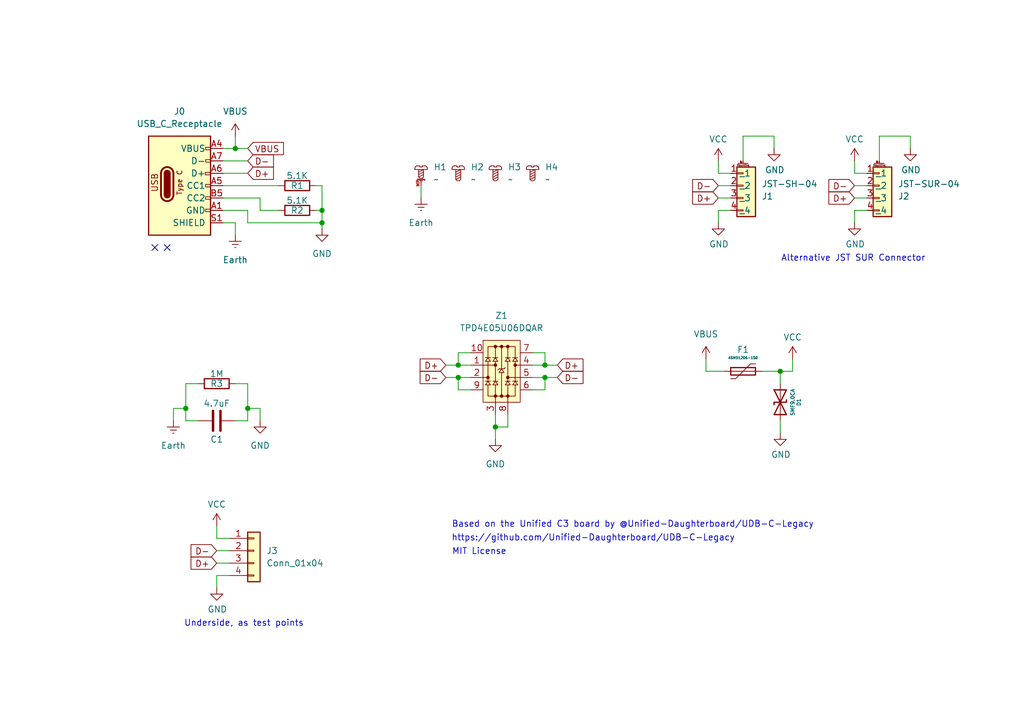
<source format=kicad_sch>
(kicad_sch (version 20250114) (generator "eeschema") (generator_version "9.0")
  (paper "A5")
  (lib_symbols
    (symbol "Device:C" (pin_numbers (hide yes)) (pin_names (offset 0.254))
      (property "Reference" "C" (at 0.635 2.54 0))
      (property "Value" "C" (at 0.635 -2.54 0))
      (symbol "C_0_1"
        (polyline (pts (xy -2.032 0.762) (xy 2.032 0.762)) (stroke (width 0.508)))
        (polyline (pts (xy -2.032 -0.762) (xy 2.032 -0.762)) (stroke (width 0.508)))
      )
      (symbol "C_1_1"
        (pin passive line (at 0 3.81 270) (length 2.794) (name "~") (number "1"))
        (pin passive line (at 0 -3.81 90) (length 2.794) (name "~") (number "2"))
      )
    )
    (symbol "Device:D_TVS" (pin_numbers (hide yes)) (pin_names (offset 1.016) (hide yes))
      (property "Reference" "D" (at 0 2.54 0))
      (property "Value" "D_TVS" (at 0 -2.54 0))
      (symbol "D_TVS_0_1"
        (polyline (pts (xy -2.54 1.27) (xy -2.54 -1.27) (xy 2.54 1.27) (xy 2.54 -1.27) (xy -2.54 1.27)) (stroke (width 0.254)))
        (polyline (pts (xy 0.508 1.27) (xy 0 1.27) (xy 0 -1.27) (xy -0.508 -1.27)) (stroke (width 0.254)))
        (polyline (pts (xy 1.27 0) (xy -1.27 0)))
      )
      (symbol "D_TVS_1_1"
        (pin passive line (at -3.81 0 0) (length 2.54) (name "A1") (number "1"))
        (pin passive line (at 3.81 0 180) (length 2.54) (name "A2") (number "2"))
      )
    )
    (symbol "Device:Polyfuse" (pin_numbers (hide yes)) (pin_names (offset 0))
      (property "Reference" "F" (at -2.54 0 90))
      (property "Value" "Polyfuse" (at 2.54 0 90))
      (symbol "Polyfuse_0_1"
        (polyline (pts (xy -1.524 2.54) (xy -1.524 1.524) (xy 1.524 -1.524) (xy 1.524 -2.54)))
        (rectangle (start -0.762 2.54) (end 0.762 -2.54) (stroke (width 0.254)))
        (polyline (pts (xy 0 2.54) (xy 0 -2.54)))
      )
      (symbol "Polyfuse_1_1"
        (pin passive line (at 0 3.81 270) (length 1.27) (name "~") (number "1"))
        (pin passive line (at 0 -3.81 90) (length 1.27) (name "~") (number "2"))
      )
    )
    (symbol "Device:R" (pin_numbers (hide yes)) (pin_names (offset 0))
      (property "Reference" "R" (at 2.032 0 90))
      (property "Value" "R" (at 0 0 90))
      (symbol "R_0_1"
        (rectangle (start -1.016 -2.54) (end 1.016 2.54) (stroke (width 0.254)))
      )
      (symbol "R_1_1"
        (pin passive line (at 0 3.81 270) (length 1.27) (name "~") (number "1"))
        (pin passive line (at 0 -3.81 90) (length 1.27) (name "~") (number "2"))
      )
    )
    (symbol "PCM_SparkFun-Connector:Conn_01x04_P2.54mm" (pin_names (offset 1.016) (hide yes))
      (property "Reference" "J" (at 0 5.08 0))
      (property "Value" "Conn_01x04" (at 0 -7.62 0))
      (symbol "Conn_01x04_P2.54mm_1_1"
        (rectangle (start -1.27 3.81) (end 1.27 -6.35) (stroke (width 0.254)) (fill (type background)))
        (rectangle (start -1.27 2.667) (end 0 2.413) (stroke (width 0.1524)))
        (rectangle (start -1.27 0.127) (end 0 -0.127) (stroke (width 0.1524)))
        (rectangle (start -1.27 -2.413) (end 0 -2.667) (stroke (width 0.1524)))
        (rectangle (start -1.27 -4.953) (end 0 -5.207) (stroke (width 0.1524)))
        (pin passive line (at -5.08 2.54 0) (length 3.81) (name "Pin_1") (number "1"))
        (pin passive line (at -5.08 0 0) (length 3.81) (name "Pin_2") (number "2"))
        (pin passive line (at -5.08 -2.54 0) (length 3.81) (name "Pin_3") (number "3"))
        (pin passive line (at -5.08 -5.08 0) (length 3.81) (name "Pin_4") (number "4"))
      )
    )
    (symbol "USB_C_Receptacle_1" (pin_names (offset 1.016))
      (property "Reference" "J" (at 0.762 13.97 0))
      (property "Value" "USB_C_Receptacle" (at 1.778 11.938 0))
      (symbol "USB_C_Receptacle_1_0_0"
        (rectangle (start 6.5362 2.7263) (end 7.5522 2.2183))
        (rectangle (start 6.604 7.874) (end 7.62 7.366))
        (rectangle (start 7.62 5.334) (end 6.604 4.826))
        (rectangle (start 7.62 0.254) (end 6.604 -0.254))
        (rectangle (start 7.62 -2.286) (end 6.604 -2.794))
        (rectangle (start 7.62 -4.826) (end 6.604 -5.334))
      )
      (symbol "USB_C_Receptacle_1_0_1"
        (rectangle (start -5.08 10.16) (end 7.62 -10.16) (stroke (width 0.254)) (fill (type background)))
      )
      (symbol "USB_C_Receptacle_1_1_1"
        (polyline (pts (xy -2.54 2.54) (xy -2.54 -1.905)) (stroke (width 0.381)))
        (rectangle (start -1.905 2.54) (end -0.635 -1.905) (fill (type outline)))
        (arc (start -2.54 2.54) (mid -1.27 3.81) (end 0 2.54) (stroke (width 0.381)))
        (circle (center -1.27 2.54) (radius 0.635) (fill (type outline)))
        (circle (center -1.27 -1.905) (radius 0.635) (fill (type outline)))
        (arc (start 0 -1.905) (mid -1.27 -3.175) (end -2.54 -1.905) (stroke (width 0.381)))
        (polyline (pts (xy 0 2.54) (xy 0 -1.905)) (stroke (width 0.381)))
        (text "USB" (at -3.81 0.635 900) (effects (font (size 1.27 1.27))))
        (text "Type C" (at 1.27 0.635 900) (effects (font (size 1.016 1.016))))
        (pin bidirectional line (at -3.81 -12.7 90) (length 2.54) (hide yes) (name "SBU1") (number "A8"))
        (pin bidirectional line (at -1.27 -12.7 90) (length 2.54) (hide yes) (name "SBU2") (number "B8"))
        (pin passive line (at 10.16 7.62 180) (length 2.54) (name "VBUS") (number "A4"))
        (pin passive line (at 10.16 7.62 180) (length 2.54) (hide yes) (name "VBUS") (number "A9"))
        (pin passive line (at 10.16 7.62 180) (length 2.54) (hide yes) (name "VBUS") (number "B4"))
        (pin passive line (at 10.16 7.62 180) (length 2.54) (hide yes) (name "VBUS") (number "B9"))
        (pin bidirectional line (at 10.16 5.08 180) (length 2.54) (name "D-") (number "A7"))
        (pin bidirectional line (at 10.16 5.08 180) (length 2.54) (hide yes) (name "D-") (number "B7"))
        (pin bidirectional line (at 10.16 2.54 180) (length 2.54) (name "D+") (number "A6"))
        (pin bidirectional line (at 10.16 2.54 180) (length 2.54) (hide yes) (name "D+") (number "B6"))
        (pin bidirectional line (at 10.16 0 180) (length 2.54) (name "CC1") (number "A5"))
        (pin bidirectional line (at 10.16 -2.54 180) (length 2.54) (name "CC2") (number "B5"))
        (pin passive line (at 10.16 -5.08 180) (length 2.54) (name "GND") (number "A1"))
        (pin passive line (at 10.16 -5.08 180) (length 2.54) (hide yes) (name "GND") (number "A12"))
        (pin passive line (at 10.16 -5.08 180) (length 2.54) (hide yes) (name "GND") (number "B1"))
        (pin passive line (at 10.16 -5.08 180) (length 2.54) (hide yes) (name "GND") (number "B12"))
        (pin passive line (at 10.16 -7.62 180) (length 2.54) (name "SHIELD") (number "S1"))
      )
    )
    (symbol "power:Earth" (power) (pin_numbers (hide yes)) (pin_names (offset 0) (hide yes))
      (property "Value" "Earth" (at 0 -3.81 0))
      (symbol "Earth_0_1"
        (polyline (pts (xy -0.635 -1.905) (xy 0.635 -1.905)))
        (polyline (pts (xy -0.127 -2.54) (xy 0.127 -2.54)))
        (polyline (pts (xy 0 -1.27) (xy 0 0)))
        (polyline (pts (xy 1.27 -1.27) (xy -1.27 -1.27)))
      )
      (symbol "Earth_1_1"
        (pin power_in line (at 0 0 270) (length 0) (name "~") (number "1"))
      )
    )
    (symbol "power:GND" (power) (pin_numbers (hide yes)) (pin_names (offset 0) (hide yes))
      (property "Value" "GND" (at 0 -3.81 0))
      (symbol "GND_0_1"
        (polyline (pts (xy 0 0) (xy 0 -1.27) (xy 1.27 -1.27) (xy 0 -2.54) (xy -1.27 -1.27) (xy 0 -1.27)))
      )
      (symbol "GND_1_1"
        (pin power_in line (at 0 0 270) (length 0) (name "~") (number "1"))
      )
    )
    (symbol "power:VBUS" (power) (pin_numbers (hide yes)) (pin_names (offset 0) (hide yes))
      (property "Value" "VBUS" (at 0 3.556 0))
      (symbol "VBUS_0_1"
        (polyline (pts (xy -0.762 1.27) (xy 0 2.54)))
        (polyline (pts (xy 0 2.54) (xy 0.762 1.27)))
        (polyline (pts (xy 0 0) (xy 0 2.54)))
      )
      (symbol "VBUS_1_1"
        (pin power_in line (at 0 0 90) (length 0) (name "~") (number "1"))
      )
    )
    (symbol "power:VCC" (power) (pin_numbers (hide yes)) (pin_names (offset 0) (hide yes))
      (property "Value" "VCC" (at 0 3.556 0))
      (symbol "VCC_0_1"
        (polyline (pts (xy -0.762 1.27) (xy 0 2.54)))
        (polyline (pts (xy 0 2.54) (xy 0.762 1.27)))
        (polyline (pts (xy 0 0) (xy 0 2.54)))
      )
      (symbol "VCC_1_1"
        (pin power_in line (at 0 0 90) (length 0) (name "~") (number "1"))
      )
    )
    (symbol "ts-kicad-lib:CONN_04"
      (property "Reference" "J" (at 0 7.62 0))
      (symbol "CONN_04_1_1"
        (rectangle (start -1.27 6.35) (end 2.54 -3.81) (stroke (width 0.254)) (fill (type background)))
        (rectangle (start -1.27 5.207) (end 0 4.953) (stroke (width 0.1524)))
        (rectangle (start -1.27 2.667) (end 0 2.413) (stroke (width 0.1524)))
        (rectangle (start -1.27 0.127) (end 0 -0.127) (stroke (width 0.1524)))
        (rectangle (start -1.27 -2.413) (end 0 -2.667) (stroke (width 0.1524)))
        (polyline (pts (xy -1.016 -4.572) (xy 1.016 -4.572)) (stroke (width 0.1524)))
        (text "Mounting" (at 0 -4.191 0) (effects (font (size 0.381 0.381))))
        (pin passive line (at -2.54 5.08 0) (length 1.27) (name "_4") (number "4"))
        (pin passive line (at -2.54 2.54 0) (length 1.27) (name "_3") (number "3"))
        (pin passive line (at -2.54 0 0) (length 1.27) (name "_2") (number "2"))
        (pin passive line (at -2.54 -2.54 0) (length 1.27) (name "_1") (number "1"))
        (pin passive line (at 0 -5.08 90) (length 0.508) (name "") (number "MP"))
      )
    )
    (symbol "ts-kicad-lib:Mounting_Hole"
      (property "Reference" "H" (at 0 2.54 0))
      (symbol "Mounting_Hole_0_1"
        (polyline (pts (xy -1.27 1.016) (xy -1.27 0.762) (xy 1.27 0.762) (xy 1.27 1.016)))
        (polyline (pts (xy -0.762 1.524) (xy -0.254 1.524) (xy -0.254 1.27) (xy 0.254 1.27) (xy 0.254 1.524) (xy 0.762 1.524)))
        (arc (start -1.27 1.016) (mid -1.1212 1.3752) (end -0.762 1.524))
        (polyline (pts (xy 0.508 0.762) (xy -0.508 0.254)))
        (polyline (pts (xy 0.508 0.762) (xy 0.508 -1.27) (xy 0.254 -1.524) (xy -0.254 -1.524) (xy -0.508 -1.27) (xy -0.508 0.762)))
        (polyline (pts (xy 0.508 0.254) (xy -0.508 -0.254)))
        (polyline (pts (xy 0.508 -0.254) (xy -0.508 -0.762)))
        (polyline (pts (xy 0.508 -0.762) (xy -0.508 -1.27)))
        (arc (start 0.762 1.524) (mid 1.1212 1.3752) (end 1.27 1.016))
      )
    )
    (symbol "ts-kicad-lib:Mounting_Point"
      (property "Reference" "H" (at 0 2.54 0))
      (symbol "Mounting_Point_0_1"
        (polyline (pts (xy -1.27 1.016) (xy -1.27 0.762) (xy 1.27 0.762) (xy 1.27 1.016)))
        (polyline (pts (xy -0.762 1.524) (xy -0.254 1.524) (xy -0.254 1.27) (xy 0.254 1.27) (xy 0.254 1.524) (xy 0.762 1.524)))
        (arc (start -1.27 1.016) (mid -1.1212 1.3752) (end -0.762 1.524))
        (polyline (pts (xy -0.254 -1.524) (xy 0.254 -1.524)))
        (polyline (pts (xy 0.508 0.762) (xy -0.508 0.254)))
        (polyline (pts (xy 0.508 0.762) (xy 0.508 -0.762) (xy 0.254 -1.016) (xy -0.254 -1.016) (xy -0.508 -0.762) (xy -0.508 0.762)))
        (polyline (pts (xy 0.508 0.254) (xy -0.508 -0.254)))
        (polyline (pts (xy 0.508 -0.254) (xy -0.508 -0.762)))
        (arc (start 0.762 1.524) (mid 1.1212 1.3752) (end 1.27 1.016))
      )
      (symbol "Mounting_Point_1_1"
        (text "Mounting" (at 0 -1.27 0) (effects (font (size 0.254 0.254))))
        (pin passive line (at 0 -2.54 90) (length 1.016) (name "") (number "MP"))
      )
    )
    (symbol "ts-kicad-lib:TPDxE05U06"
      (property "Reference" "Z" (at 1.27 8.89 0))
      (symbol "TPDxE05U06_0_1"
        (circle (center -1.524 0) (radius 0.2794) (fill (type outline)))
        (circle (center 0 6.35) (radius 0.2794) (fill (type outline)))
        (circle (center 0 2.54) (radius 0.2794) (fill (type outline)))
        (circle (center 0 -3.81) (radius 0.2794) (fill (type outline)))
        (circle (center 1.27 6.35) (radius 0.2794) (fill (type outline)))
        (circle (center 1.27 -3.81) (radius 0.2794) (fill (type outline)))
        (circle (center 2.54 6.35) (radius 0.2794) (fill (type outline)))
        (circle (center 2.54 0) (radius 0.2794) (fill (type outline)))
        (circle (center 2.54 -3.81) (radius 0.2794) (fill (type outline)))
        (circle (center 4.064 2.54) (radius 0.2794) (fill (type outline)))
      )
      (symbol "TPDxE05U06_1_1"
        (rectangle (start -2.54 7.62) (end 5.08 -5.08) (fill (type background)))
        (polyline (pts (xy -2.54 2.54) (xy 0 2.54)))
        (polyline (pts (xy -2.54 0) (xy -1.524 0)))
        (polyline (pts (xy -2.032 4.064) (xy -1.016 4.064)))
        (polyline (pts (xy -2.032 3.302) (xy -1.016 3.302) (xy -1.524 4.064) (xy -2.032 3.302)))
        (polyline (pts (xy -2.032 -0.762) (xy -1.016 -0.762)))
        (polyline (pts (xy -2.032 -1.524) (xy -1.016 -1.524) (xy -1.524 -0.762) (xy -2.032 -1.524)))
        (polyline (pts (xy -1.524 4.064) (xy -1.524 6.35) (xy 4.064 6.35) (xy 4.064 4.064)))
        (polyline (pts (xy -1.524 -0.762) (xy -1.524 3.302)))
        (polyline (pts (xy -0.508 4.064) (xy 0.508 4.064)))
        (polyline (pts (xy -0.508 3.302) (xy 0.508 3.302) (xy 0 4.064) (xy -0.508 3.302)))
        (polyline (pts (xy -0.508 -0.762) (xy 0.508 -0.762)))
        (polyline (pts (xy -0.508 -1.524) (xy 0.508 -1.524) (xy 0 -0.762) (xy -0.508 -1.524)))
        (polyline (pts (xy 0 6.35) (xy 0 4.064)))
        (polyline (pts (xy 0 3.302) (xy 0 -0.762)))
        (polyline (pts (xy 0 -1.524) (xy 0 -3.81)))
        (polyline (pts (xy 0 -3.81) (xy 0 -5.08)))
        (polyline (pts (xy 0.762 1.778) (xy 0.508 1.524)))
        (polyline (pts (xy 0.762 1.778) (xy 1.778 1.778)))
        (polyline (pts (xy 0.762 1.016) (xy 1.778 1.016) (xy 1.27 1.778) (xy 0.762 1.016)))
        (polyline (pts (xy 1.27 6.35) (xy 1.27 1.778)))
        (polyline (pts (xy 1.27 -3.81) (xy 1.27 1.016)))
        (polyline (pts (xy 1.778 1.778) (xy 2.032 2.032)))
        (polyline (pts (xy 2.032 4.064) (xy 3.048 4.064)))
        (polyline (pts (xy 2.032 3.302) (xy 3.048 3.302) (xy 2.54 4.064) (xy 2.032 3.302)))
        (polyline (pts (xy 2.032 -0.762) (xy 3.048 -0.762)))
        (polyline (pts (xy 2.032 -1.524) (xy 3.048 -1.524) (xy 2.54 -0.762) (xy 2.032 -1.524)))
        (polyline (pts (xy 2.54 6.35) (xy 2.54 4.064)))
        (polyline (pts (xy 2.54 3.302) (xy 2.54 -0.762)))
        (polyline (pts (xy 2.54 0) (xy 5.08 0)))
        (polyline (pts (xy 2.54 -1.524) (xy 2.54 -3.81)))
        (polyline (pts (xy 2.54 -3.81) (xy 2.54 -5.08)))
        (polyline (pts (xy 3.556 4.064) (xy 4.572 4.064)))
        (polyline (pts (xy 3.556 3.302) (xy 4.572 3.302) (xy 4.064 4.064) (xy 3.556 3.302)))
        (polyline (pts (xy 3.556 -0.762) (xy 4.572 -0.762)))
        (polyline (pts (xy 3.556 -1.524) (xy 4.572 -1.524) (xy 4.064 -0.762) (xy 3.556 -1.524)))
        (polyline (pts (xy 4.064 3.302) (xy 4.064 -0.762)))
        (polyline (pts (xy 4.064 2.54) (xy 5.08 2.54)))
        (polyline (pts (xy 4.064 -1.524) (xy 4.064 -3.81) (xy -1.524 -3.81) (xy -1.524 -1.524)))
        (pin passive line (at -5.08 5.08 0) (length 2.54) (name "") (number "10"))
        (pin bidirectional line (at -5.08 2.54 0) (length 2.54) (name "") (number "1"))
        (pin bidirectional line (at -5.08 0 0) (length 2.54) (name "") (number "2"))
        (pin passive line (at -5.08 -2.54 0) (length 2.54) (name "") (number "9"))
        (pin power_in line (at 0 -7.62 90) (length 2.54) (name "") (number "3"))
        (pin power_in line (at 2.54 -7.62 90) (length 2.54) (name "") (number "8"))
        (pin passive line (at 7.62 5.08 180) (length 2.54) (name "") (number "7"))
        (pin bidirectional line (at 7.62 2.54 180) (length 2.54) (name "") (number "4"))
        (pin bidirectional line (at 7.62 0 180) (length 2.54) (name "") (number "5"))
        (pin passive line (at 7.62 -2.54 180) (length 2.54) (name "") (number "6"))
      )
    )
  )
  (text "MIT License" (at 98.298 113.284 0) (effects (font (size 1.27 1.27))))
  (text "Alternative JST SUR Connector" (at 175.006 53.086 0) (effects (font (size 1.27 1.27))))
  (text "Underside, as test points" (at 50.038 128.016 0) (effects (font (size 1.27 1.27))))
  (text "Based on the Unified C3 board by @Unified-Daughterboard/UDB-C-Legacy" (at 129.794 107.696 0) (effects (font (size 1.27 1.27))))
  (text "https://github.com/Unified-Daughterboard/UDB-C-Legacy" (at 121.666 110.49 0) (effects (font (size 1.27 1.27))))
  (junction (at 66.04 45.72))
  (junction (at 111.76 74.93))
  (junction (at 50.8 83.82))
  (junction (at 101.6 87.63))
  (junction (at 160.02 76.2))
  (junction (at 38.1 83.82))
  (junction (at 111.76 77.47))
  (junction (at 48.26 30.48))
  (junction (at 66.04 43.18))
  (junction (at 93.98 77.47))
  (junction (at 93.98 74.93))
  (no_connect (at 31.75 50.8))
  (no_connect (at 34.29 50.8))
  (wire (pts (xy 91.44 74.93) (xy 93.98 74.93)))
  (wire (pts (xy 50.8 83.82) (xy 50.8 86.36)))
  (wire (pts (xy 147.32 45.72) (xy 147.32 43.18)))
  (wire (pts (xy 44.45 115.57) (xy 46.99 115.57)))
  (wire (pts (xy 160.02 86.36) (xy 160.02 88.9)))
  (wire (pts (xy 48.26 45.72) (xy 48.26 48.26)))
  (wire (pts (xy 44.45 110.49) (xy 46.99 110.49)))
  (wire (pts (xy 86.36 38.1) (xy 86.36 40.64)))
  (wire (pts (xy 45.72 45.72) (xy 48.26 45.72)))
  (wire (pts (xy 46.99 118.11) (xy 44.45 118.11)))
  (wire (pts (xy 53.34 83.82) (xy 53.34 86.36)))
  (wire (pts (xy 66.04 38.1) (xy 66.04 43.18)))
  (wire (pts (xy 175.26 33.02) (xy 175.26 35.56)))
  (wire (pts (xy 91.44 77.47) (xy 93.98 77.47)))
  (wire (pts (xy 152.4 27.94) (xy 152.4 33.02)))
  (wire (pts (xy 38.1 78.74) (xy 38.1 83.82)))
  (wire (pts (xy 48.26 27.94) (xy 48.26 30.48)))
  (wire (pts (xy 111.76 74.93) (xy 114.3 74.93)))
  (wire (pts (xy 64.77 38.1) (xy 66.04 38.1)))
  (wire (pts (xy 144.78 76.2) (xy 148.59 76.2)))
  (wire (pts (xy 101.6 87.63) (xy 104.14 87.63)))
  (wire (pts (xy 44.45 107.95) (xy 44.45 110.49)))
  (wire (pts (xy 160.02 76.2) (xy 162.56 76.2)))
  (wire (pts (xy 35.56 83.82) (xy 38.1 83.82)))
  (wire (pts (xy 147.32 40.64) (xy 149.86 40.64)))
  (wire (pts (xy 156.21 76.2) (xy 160.02 76.2)))
  (wire (pts (xy 93.98 72.39) (xy 96.52 72.39)))
  (wire (pts (xy 109.22 77.47) (xy 111.76 77.47)))
  (wire (pts (xy 160.02 76.2) (xy 160.02 78.74)))
  (wire (pts (xy 93.98 74.93) (xy 96.52 74.93)))
  (wire (pts (xy 45.72 40.64) (xy 53.34 40.64)))
  (wire (pts (xy 45.72 43.18) (xy 50.8 43.18)))
  (wire (pts (xy 180.34 27.94) (xy 180.34 33.02)))
  (wire (pts (xy 93.98 77.47) (xy 93.98 80.01)))
  (wire (pts (xy 35.56 83.82) (xy 35.56 86.36)))
  (wire (pts (xy 50.8 78.74) (xy 50.8 83.82)))
  (wire (pts (xy 175.26 38.1) (xy 177.8 38.1)))
  (wire (pts (xy 93.98 80.01) (xy 96.52 80.01)))
  (wire (pts (xy 144.78 73.66) (xy 144.78 76.2)))
  (wire (pts (xy 64.77 43.18) (xy 66.04 43.18)))
  (wire (pts (xy 104.14 85.09) (xy 104.14 87.63)))
  (wire (pts (xy 66.04 43.18) (xy 66.04 45.72)))
  (wire (pts (xy 175.26 43.18) (xy 175.26 45.72)))
  (wire (pts (xy 109.22 74.93) (xy 111.76 74.93)))
  (wire (pts (xy 44.45 113.03) (xy 46.99 113.03)))
  (wire (pts (xy 53.34 40.64) (xy 53.34 43.18)))
  (wire (pts (xy 45.72 30.48) (xy 48.26 30.48)))
  (wire (pts (xy 101.6 85.09) (xy 101.6 87.63)))
  (wire (pts (xy 66.04 45.72) (xy 50.8 45.72)))
  (wire (pts (xy 111.76 72.39) (xy 111.76 74.93)))
  (wire (pts (xy 158.75 27.94) (xy 152.4 27.94)))
  (wire (pts (xy 147.32 33.02) (xy 147.32 35.56)))
  (wire (pts (xy 175.26 35.56) (xy 177.8 35.56)))
  (wire (pts (xy 45.72 33.02) (xy 50.8 33.02)))
  (wire (pts (xy 48.26 86.36) (xy 50.8 86.36)))
  (wire (pts (xy 50.8 83.82) (xy 53.34 83.82)))
  (wire (pts (xy 177.8 43.18) (xy 175.26 43.18)))
  (wire (pts (xy 186.69 30.48) (xy 186.69 27.94)))
  (wire (pts (xy 44.45 118.11) (xy 44.45 120.65)))
  (wire (pts (xy 109.22 80.01) (xy 111.76 80.01)))
  (wire (pts (xy 45.72 35.56) (xy 50.8 35.56)))
  (wire (pts (xy 93.98 74.93) (xy 93.98 72.39)))
  (wire (pts (xy 53.34 43.18) (xy 57.15 43.18)))
  (wire (pts (xy 109.22 72.39) (xy 111.76 72.39)))
  (wire (pts (xy 162.56 76.2) (xy 162.56 73.66)))
  (wire (pts (xy 45.72 38.1) (xy 57.15 38.1)))
  (wire (pts (xy 158.75 30.48) (xy 158.75 27.94)))
  (wire (pts (xy 147.32 35.56) (xy 149.86 35.56)))
  (wire (pts (xy 48.26 30.48) (xy 50.8 30.48)))
  (wire (pts (xy 101.6 87.63) (xy 101.6 90.17)))
  (wire (pts (xy 38.1 86.36) (xy 40.64 86.36)))
  (wire (pts (xy 48.26 78.74) (xy 50.8 78.74)))
  (wire (pts (xy 66.04 45.72) (xy 66.04 46.99)))
  (wire (pts (xy 40.64 78.74) (xy 38.1 78.74)))
  (wire (pts (xy 111.76 77.47) (xy 114.3 77.47)))
  (wire (pts (xy 93.98 77.47) (xy 96.52 77.47)))
  (wire (pts (xy 50.8 43.18) (xy 50.8 45.72)))
  (wire (pts (xy 38.1 83.82) (xy 38.1 86.36)))
  (wire (pts (xy 186.69 27.94) (xy 180.34 27.94)))
  (wire (pts (xy 111.76 77.47) (xy 111.76 80.01)))
  (wire (pts (xy 175.26 40.64) (xy 177.8 40.64)))
  (wire (pts (xy 147.32 43.18) (xy 149.86 43.18)))
  (wire (pts (xy 149.86 38.1) (xy 147.32 38.1)))
  (global_label "D-" (shape input) (at 114.3 77.47 0) (property "Intersheetrefs" "${INTERSHEET_REFS}" (effects (hide yes))))
  (global_label "D+" (shape input) (at 91.44 74.93 180) (property "Intersheetrefs" "${INTERSHEET_REFS}" (effects (hide yes))))
  (global_label "D-" (shape input) (at 175.26 38.1 180) (property "Intersheetrefs" "${INTERSHEET_REFS}" (effects (hide yes))))
  (global_label "D-" (shape input) (at 44.45 113.03 180) (property "Intersheetrefs" "${INTERSHEET_REFS}" (effects (hide yes))))
  (global_label "D+" (shape input) (at 147.32 40.64 180) (property "Intersheetrefs" "${INTERSHEET_REFS}" (effects (hide yes))))
  (global_label "D-" (shape input) (at 91.44 77.47 180) (property "Intersheetrefs" "${INTERSHEET_REFS}" (effects (hide yes))))
  (global_label "D+" (shape input) (at 175.26 40.64 180) (property "Intersheetrefs" "${INTERSHEET_REFS}" (effects (hide yes))))
  (global_label "VBUS" (shape input) (at 50.8 30.48 0) (property "Intersheetrefs" "${INTERSHEET_REFS}" (effects (hide yes))))
  (global_label "D-" (shape input) (at 147.32 38.1 180) (property "Intersheetrefs" "${INTERSHEET_REFS}" (effects (hide yes))))
  (global_label "D-" (shape input) (at 50.8 33.02 0) (property "Intersheetrefs" "${INTERSHEET_REFS}" (effects (hide yes))))
  (global_label "D+" (shape input) (at 114.3 74.93 0) (property "Intersheetrefs" "${INTERSHEET_REFS}" (effects (hide yes))))
  (global_label "D+" (shape input) (at 50.8 35.56 0) (property "Intersheetrefs" "${INTERSHEET_REFS}" (effects (hide yes))))
  (global_label "D+" (shape input) (at 44.45 115.57 180) (property "Intersheetrefs" "${INTERSHEET_REFS}" (effects (hide yes))))
  (symbol (lib_id "power:GND") (at 147.32 45.72 0) (unit 1)
    (property "Reference" "#PWR0104" (effects (hide yes)))
    (property "Value" "GND" (at 147.447 50.1142 0))
  )
  (symbol (lib_id "Device:D_TVS") (at 160.02 82.55 90) (mirror x) (unit 1)
    (property "Reference" "D1" (at 163.83 82.55 0) (effects (font (size 0.762 0.762))))
    (property "Value" "SMF9.0CA" (at 162.56 82.55 0) (effects (font (size 0.762 0.762))))
    (property "Footprint" "Diode_SMD:D_SOD-123" (effects (hide yes)))
    (property "Package" "SOD-123F-B" (effects (hide yes)))
    (property "Manufacturer" "Microdiode Electronics" (effects (hide yes)))
    (property "Manufacturer Part No" "SMF9.0CA" (effects (hide yes)))
    (property "LCSC Part No" "C123799" (effects (hide yes)))
  )
  (symbol (lib_id "Device:Polyfuse") (at 152.4 76.2 90) (unit 1)
    (property "Reference" "F1" (at 152.4 71.755 90))
    (property "Value" "ASMD1206-150" (at 152.4 73.4314 90) (effects (font (size 0.508 0.508))))
    (property "Footprint" "Fuse:Fuse_1206_3216Metric" (effects (hide yes)))
    (property "Manufacturer" "Shenzhen JDT Fuse" (effects (hide yes)))
    (property "Manufacturer Part No" "ASMD1206-150" (effects (hide yes)))
    (property "LCSC Part No" "C135342" (effects (hide yes)))
    (property "Package" "F1206" (effects (hide yes)))
  )
  (symbol (lib_id "power:VCC") (at 147.32 33.02 0) (unit 1)
    (property "Reference" "#PWR0103" (effects (hide yes)))
    (property "Value" "VCC" (at 147.32 28.575 0))
  )
  (symbol (lib_id "power:VCC") (at 162.56 73.66 0) (unit 1)
    (property "Reference" "#PWR09" (effects (hide yes)))
    (property "Value" "VCC" (at 162.56 69.215 0))
  )
  (symbol (lib_id "Device:C") (at 44.45 86.36 90) (unit 1)
    (property "Reference" "C1" (at 44.45 90.17 90))
    (property "Value" "4.7uF" (at 44.45 82.804 90))
    (property "Footprint" "Capacitor_SMD:C_0603_1608Metric" (effects (hide yes)))
    (property "Description" "Unpolarized capacitor" (effects (hide yes)))
  )
  (symbol (lib_id "power:GND") (at 66.04 46.99 0) (unit 1)
    (property "Reference" "#PWR03" (effects (hide yes)))
    (property "Value" "GND" (at 66.04 52.07 0))
    (property "Description" "Power symbol creates a global label with name \"GND\" , ground" (effects (hide yes)))
  )
  (symbol (lib_id "ts-kicad-lib:CONN_04") (at 152.4 38.1 0) (mirror x) (unit 1)
    (property "Reference" "J1" (at 156.21 40.2845 0) (effects (justify left)))
    (property "Value" "JST-SH-04" (at 156.21 37.7445 0) (effects (justify left)))
    (property "Footprint" "Connector_JST:JST_SH_SM04B-SRSS-TB_1x04-1MP_P1.00mm_Horizontal" (effects (hide yes)))
  )
  (symbol (lib_id "power:Earth") (at 48.26 48.26 0) (unit 1)
    (property "Reference" "#PWR02" (effects (hide yes)))
    (property "Value" "Earth" (at 48.26 53.34 0))
    (property "Description" "Power symbol creates a global label with name \"Earth\"" (effects (hide yes)))
  )
  (symbol (lib_id "power:GND") (at 101.6 90.17 0) (unit 1)
    (property "Reference" "#PWR07" (effects (hide yes)))
    (property "Value" "GND" (at 101.6 95.25 0))
    (property "Description" "Power symbol creates a global label with name \"GND\" , ground" (effects (hide yes)))
  )
  (symbol (lib_id "Device:R") (at 60.96 43.18 90) (unit 1)
    (property "Reference" "R2" (at 60.96 43.18 90))
    (property "Value" "5.1K" (at 60.96 41.148 90))
    (property "Footprint" "Resistors_SMD:R_0603" (effects (hide yes)))
    (property "Description" "Resistor" (effects (hide yes)))
  )
  (symbol (lib_id "power:GND") (at 44.45 120.65 0) (unit 1)
    (property "Reference" "#PWR016" (effects (hide yes)))
    (property "Value" "GND" (at 44.577 125.0442 0))
  )
  (symbol (lib_id "PCM_SparkFun-Connector:Conn_01x04_P2.54mm") (at 52.07 113.03 0) (unit 1)
    (property "Reference" "J3" (at 54.61 113.0299 0) (effects (justify left)))
    (property "Value" "Conn_01x04" (at 54.61 115.5699 0) (effects (justify left)))
    (property "Footprint" "PCM_SparkFun-Connector:1x04_P2.54mm_SolderPads" (effects (hide yes)))
    (property "Description" "Basic 0.1\" PTH" (effects (hide yes)))
  )
  (symbol (lib_id "power:Earth") (at 35.56 86.36 0) (unit 1)
    (property "Reference" "#PWR04" (effects (hide yes)))
    (property "Value" "Earth" (at 35.56 91.44 0))
    (property "Description" "Power symbol creates a global label with name \"Earth\"" (effects (hide yes)))
  )
  (symbol (lib_id "ts-kicad-lib:Mounting_Hole") (at 109.22 35.56 0) (unit 1)
    (property "Reference" "H4" (at 111.76 34.2899 0) (effects (justify left)))
    (property "Value" "~" (at 111.76 36.8299 0) (effects (justify left)))
    (property "Footprint" "ts-kicad-lib:Hole_M2" (effects (hide yes)))
  )
  (symbol (lib_id "power:Earth") (at 86.36 40.64 0) (unit 1)
    (property "Reference" "#PWR01" (effects (hide yes)))
    (property "Value" "Earth" (at 86.36 45.72 0))
    (property "Description" "Power symbol creates a global label with name \"Earth\"" (effects (hide yes)))
  )
  (symbol (lib_id "Device:R") (at 60.96 38.1 90) (unit 1)
    (property "Reference" "R1" (at 60.96 38.1 90))
    (property "Value" "5.1K" (at 60.96 36.068 90))
    (property "Footprint" "Resistors_SMD:R_0603" (effects (hide yes)))
    (property "Description" "Resistor" (effects (hide yes)))
  )
  (symbol (lib_id "Device:R") (at 44.45 78.74 90) (unit 1)
    (property "Reference" "R3" (at 44.45 78.74 90))
    (property "Value" "1M" (at 44.45 76.708 90))
    (property "Footprint" "Resistors_SMD:R_0603" (effects (hide yes)))
    (property "Description" "Resistor" (effects (hide yes)))
  )
  (symbol (lib_name "USB_C_Receptacle_1") (lib_id "ts-kicad-lib:USB_C_Receptacle") (at 35.56 38.1 0) (unit 1)
    (property "Reference" "J0" (at 36.83 22.86 0))
    (property "Value" "USB_C_Receptacle" (at 36.83 25.4 0))
    (property "Footprint" "Connector_USB:USB_C_Receptacle_HRO_TYPE-C-31-M-12" (effects (hide yes)))
    (property "Description" "USB 2.0-only 16P Type-C Receptacle connector" (effects (hide yes)))
  )
  (symbol (lib_id "power:GND") (at 53.34 86.36 0) (unit 1)
    (property "Reference" "#PWR05" (effects (hide yes)))
    (property "Value" "GND" (at 53.34 91.44 0))
    (property "Description" "Power symbol creates a global label with name \"GND\" , ground" (effects (hide yes)))
  )
  (symbol (lib_id "power:GND") (at 160.02 88.9 0) (unit 1)
    (property "Reference" "#PWR08" (effects (hide yes)))
    (property "Value" "GND" (at 160.147 93.2942 0))
  )
  (symbol (lib_id "power:GND") (at 158.75 30.48 0) (unit 1)
    (property "Reference" "#PWR013" (effects (hide yes)))
    (property "Value" "GND" (at 158.877 34.8742 0))
  )
  (symbol (lib_id "power:VCC") (at 175.26 33.02 0) (unit 1)
    (property "Reference" "#PWR011" (effects (hide yes)))
    (property "Value" "VCC" (at 175.26 28.575 0))
  )
  (symbol (lib_id "ts-kicad-lib:TPDxE05U06") (at 101.6 77.47 0) (unit 1)
    (property "Reference" "Z1" (at 102.87 64.77 0))
    (property "Value" "TPD4E05U06DQAR" (at 102.87 67.31 0))
    (property "Footprint" "PCM_SparkFun-Semiconductor-Standard:UFDFN-10_2.5x1.0mm_P0.5mm" (effects (hide yes)))
    (property "Datasheet" "https://github.com/Tecsmith/ts-kicad-lib/blob/main/docs/TPD4E05U06-C138714.pdf" (effects (hide yes)))
  )
  (symbol (lib_id "power:GND") (at 175.26 45.72 0) (unit 1)
    (property "Reference" "#PWR012" (effects (hide yes)))
    (property "Value" "GND" (at 175.387 50.1142 0))
  )
  (symbol (lib_id "ts-kicad-lib:Mounting_Hole") (at 101.6 35.56 0) (unit 1)
    (property "Reference" "H3" (at 104.14 34.2899 0) (effects (justify left)))
    (property "Value" "~" (at 104.14 36.8299 0) (effects (justify left)))
    (property "Footprint" "ts-kicad-lib:Hole_M2" (effects (hide yes)))
  )
  (symbol (lib_id "power:GND") (at 186.69 30.48 0) (unit 1)
    (property "Reference" "#PWR014" (effects (hide yes)))
    (property "Value" "GND" (at 186.817 34.8742 0))
  )
  (symbol (lib_id "ts-kicad-lib:Mounting_Point") (at 86.36 35.56 0) (unit 1)
    (property "Reference" "H1" (at 88.9 34.2899 0) (effects (justify left)))
    (property "Value" "~" (at 88.9 36.8299 0) (effects (justify left)))
    (property "Footprint" "ts-kicad-lib:Mount_M2_Rel" (effects (hide yes)))
  )
  (symbol (lib_id "power:VBUS") (at 144.78 73.66 0) (unit 1)
    (property "Reference" "#PWR010" (effects (hide yes)))
    (property "Value" "VBUS" (at 144.78 68.58 0))
    (property "Description" "Power symbol creates a global label with name \"VBUS\"" (effects (hide yes)))
  )
  (symbol (lib_id "ts-kicad-lib:Mounting_Hole") (at 93.98 35.56 0) (unit 1)
    (property "Reference" "H2" (at 96.52 34.2899 0) (effects (justify left)))
    (property "Value" "~" (at 96.52 36.8299 0) (effects (justify left)))
    (property "Footprint" "ts-kicad-lib:Hole_M2" (effects (hide yes)))
  )
  (symbol (lib_id "ts-kicad-lib:CONN_04") (at 180.34 38.1 0) (mirror x) (unit 1)
    (property "Reference" "J2" (at 184.15 40.2845 0) (effects (justify left)))
    (property "Value" "JST-SUR-04" (at 184.15 37.7445 0) (effects (justify left)))
    (property "Footprint" "Connector_JST:JST_SUR_SM04B-SURS-TF_1x04-1MP_P0.80mm_Horizontal" (effects (hide yes)))
  )
  (symbol (lib_id "power:VCC") (at 44.45 107.95 0) (unit 1)
    (property "Reference" "#PWR015" (effects (hide yes)))
    (property "Value" "VCC" (at 44.45 103.505 0))
  )
  (symbol (lib_id "power:VBUS") (at 48.26 27.94 0) (unit 1)
    (property "Reference" "#PWR06" (effects (hide yes)))
    (property "Value" "VBUS" (at 48.26 22.86 0))
    (property "Description" "Power symbol creates a global label with name \"VBUS\"" (effects (hide yes)))
  )
)
</source>
